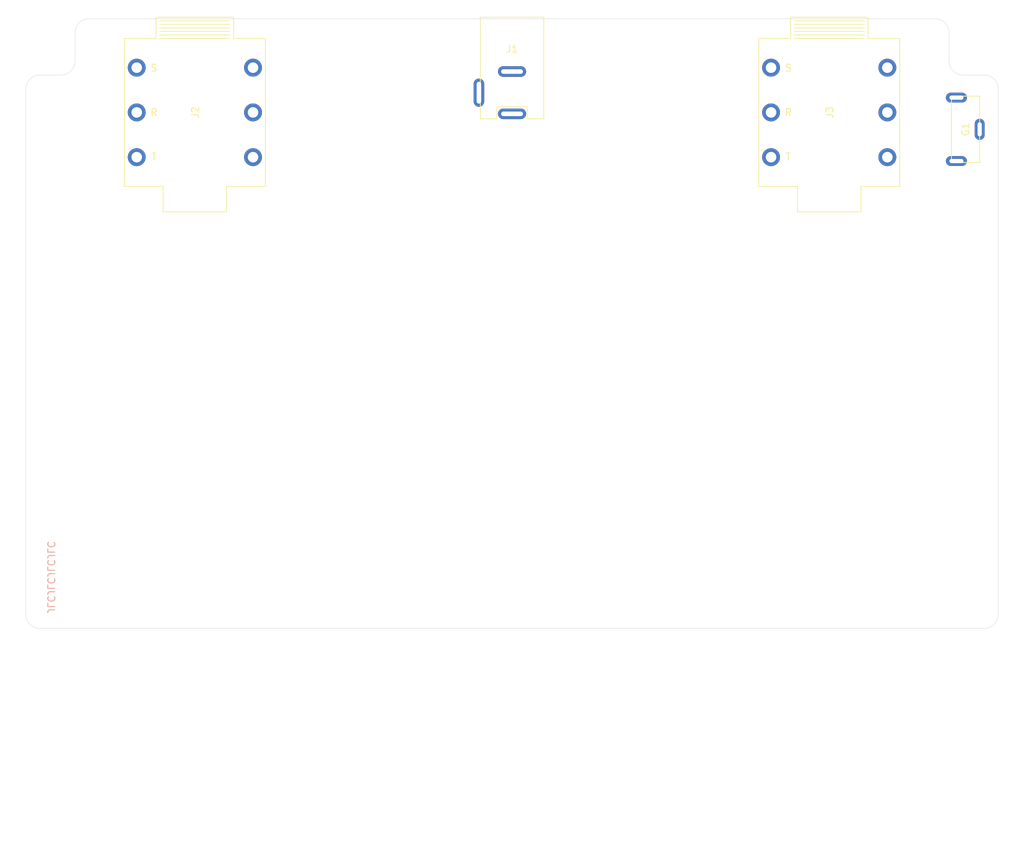
<source format=kicad_pcb>
(kicad_pcb (version 20241229) (generator "pcbnew") (generator_version "9.0")
  (layers (0 "F.Cu" signal) (4 "In1.Cu" signal) (6 "In2.Cu" signal) (2 "B.Cu" signal) (13 "F.Paste" user) (15 "B.Paste" user) (5 "F.SilkS" user "F.Silkscreen") (7 "B.SilkS" user "B.Silkscreen") (1 "F.Mask" user) (3 "B.Mask" user) (25 "Edge.Cuts" user))
  (net 0 "")
  (net 1 "Earth")
  (net 2 "/input_jack")
  (net 3 "/output_jack")
  (net 4 "Net-(Q1-D)")
  (footprint "bca-footprints:DC_Jack_DC005" (layer "F.Cu") (at 0 -58.2)
    (property "Reference" "J1" (at 0 4.5 0) (layer "F.SilkS"))
    (property "Value" "Barrel_Jack_Switch")
    (fp_line (start -4.5 0) (end -4.5 14.4) (stroke (width 0.12)) (layer "F.SilkS"))
    (fp_line (start -4.5 0) (end 4.5 0) (stroke (width 0.12)) (layer "F.SilkS"))
    (fp_line (start -4.5 14.4) (end -2.15 14.4) (stroke (width 0.12)) (layer "F.SilkS"))
    (fp_line (start -2.15 12.7) (end -2.15 14.4) (stroke (width 0.12)) (layer "F.SilkS"))
    (fp_line (start 2.15 12.7) (end -2.15 12.7) (stroke (width 0.12)) (layer "F.SilkS"))
    (fp_line (start 2.15 14.4) (end 2.15 12.7) (stroke (width 0.12)) (layer "F.SilkS"))
    (fp_line (start 2.15 14.4) (end 4.5 14.4) (stroke (width 0.12)) (layer "F.SilkS"))
    (fp_line (start 4.5 0) (end 4.5 14.4) (stroke (width 0.12)) (layer "F.SilkS"))
    (pad "1" thru_hole oval (at 0 13.7 90) (size 1.5 4) (drill oval 0.65 3.1) (layers "*.Cu" "*.Mask") (net 1 "Earth"))
    (pad "2" thru_hole oval (at 0 7.7 90) (size 1.5 4) (drill oval 0.65 3.1) (layers "*.Cu" "*.Mask") (net 4 "Net-(Q1-D)"))
    (pad "3" thru_hole oval (at -4.7 10.7 180) (size 1.5 4) (drill oval 0.65 3.1) (layers "*.Cu" "*.Mask"))
  )
  (footprint "bca-footprints:Rean_NYS215" (layer "F.Cu") (at -45 -44.7)
    (property "Reference" "J2" (at 0.075 0 90) (layer "F.SilkS"))
    (property "Value" "AudioJack_TRS" (hide yes))
    (fp_line (start -10 10.5) (end -10 -10.5) (stroke (width 0.12)) (layer "F.SilkS"))
    (fp_line (start -10 10.5) (end -4.5 10.5) (stroke (width 0.12)) (layer "F.SilkS"))
    (fp_line (start -5.5 -13.5) (end -5.5 -10.5) (stroke (width 0.12)) (layer "F.SilkS"))
    (fp_line (start -5.5 -10.5) (end -10 -10.5) (stroke (width 0.12)) (layer "F.SilkS"))
    (fp_line (start -5 -13) (end 5 -13) (stroke (width 0.12)) (layer "F.SilkS"))
    (fp_line (start -5 -12) (end 5 -12) (stroke (width 0.12)) (layer "F.SilkS"))
    (fp_line (start -5 -11) (end 5 -11) (stroke (width 0.12)) (layer "F.SilkS"))
    (fp_line (start -4.5 10.5) (end -4.5 14.1) (stroke (width 0.12)) (layer "F.SilkS"))
    (fp_line (start -4.5 14.1) (end 4.5 14.1) (stroke (width 0.12)) (layer "F.SilkS"))
    (fp_line (start 4.5 10.5) (end 10 10.5) (stroke (width 0.12)) (layer "F.SilkS"))
    (fp_line (start 4.5 14.1) (end 4.5 10.5) (stroke (width 0.12)) (layer "F.SilkS"))
    (fp_line (start 5 -12.5) (end -5 -12.5) (stroke (width 0.12)) (layer "F.SilkS"))
    (fp_line (start 5 -11.5) (end -5 -11.5) (stroke (width 0.12)) (layer "F.SilkS"))
    (fp_line (start 5 -10.5) (end -5 -10.5) (stroke (width 0.12)) (layer "F.SilkS"))
    (fp_line (start 5.5 -13.5) (end -5.5 -13.5) (stroke (width 0.12)) (layer "F.SilkS"))
    (fp_line (start 5.5 -10.5) (end 5.5 -13.5) (stroke (width 0.12)) (layer "F.SilkS"))
    (fp_line (start 10 -10.5) (end 5.5 -10.5) (stroke (width 0.12)) (layer "F.SilkS"))
    (fp_line (start 10 -10.5) (end 10 10.5) (stroke (width 0.12)) (layer "F.SilkS"))
    (fp_text user "T" (at -5.8 6.3 0) (layer "F.SilkS"))
    (fp_text user "R" (at -5.8 0 0) (layer "F.SilkS"))
    (fp_text user "S" (at -5.8 -6.3 0) (layer "F.SilkS"))
    (pad "1" thru_hole circle (at -8.25 6.35) (size 2.54 2.54) (drill 1.5) (layers "*.Cu" "*.Mask") (net 2 "/input_jack"))
    (pad "2" thru_hole circle (at -8.25 0) (size 2.54 2.54) (drill 1.5) (layers "*.Cu" "*.Mask") (net 1 "Earth"))
    (pad "3" thru_hole circle (at -8.25 -6.35) (size 2.54 2.54) (drill 1.5) (layers "*.Cu" "*.Mask") (net 1 "Earth"))
    (pad "4" thru_hole circle (at 8.25 6.35) (size 2.54 2.54) (drill 1.5) (layers "*.Cu" "*.Mask") (net 1 "Earth"))
    (pad "5" thru_hole circle (at 8.25 0) (size 2.54 2.54) (drill 1.5) (layers "*.Cu" "*.Mask") (net 1 "Earth"))
    (pad "6" thru_hole circle (at 8.25 -6.35) (size 2.54 2.54) (drill 1.5) (layers "*.Cu" "*.Mask") (net 1 "Earth"))
  )
  (footprint "bca-footprints:Rean_NYS215" (layer "F.Cu") (at 45 -44.7)
    (property "Reference" "J3" (at 0.075 0 90) (layer "F.SilkS"))
    (property "Value" "AudioJack_TRS" (hide yes))
    (fp_line (start -10 10.5) (end -10 -10.5) (stroke (width 0.12)) (layer "F.SilkS"))
    (fp_line (start -10 10.5) (end -4.5 10.5) (stroke (width 0.12)) (layer "F.SilkS"))
    (fp_line (start -5.5 -13.5) (end -5.5 -10.5) (stroke (width 0.12)) (layer "F.SilkS"))
    (fp_line (start -5.5 -10.5) (end -10 -10.5) (stroke (width 0.12)) (layer "F.SilkS"))
    (fp_line (start -5 -13) (end 5 -13) (stroke (width 0.12)) (layer "F.SilkS"))
    (fp_line (start -5 -12) (end 5 -12) (stroke (width 0.12)) (layer "F.SilkS"))
    (fp_line (start -5 -11) (end 5 -11) (stroke (width 0.12)) (layer "F.SilkS"))
    (fp_line (start -4.5 10.5) (end -4.5 14.1) (stroke (width 0.12)) (layer "F.SilkS"))
    (fp_line (start -4.5 14.1) (end 4.5 14.1) (stroke (width 0.12)) (layer "F.SilkS"))
    (fp_line (start 4.5 10.5) (end 10 10.5) (stroke (width 0.12)) (layer "F.SilkS"))
    (fp_line (start 4.5 14.1) (end 4.5 10.5) (stroke (width 0.12)) (layer "F.SilkS"))
    (fp_line (start 5 -12.5) (end -5 -12.5) (stroke (width 0.12)) (layer "F.SilkS"))
    (fp_line (start 5 -11.5) (end -5 -11.5) (stroke (width 0.12)) (layer "F.SilkS"))
    (fp_line (start 5 -10.5) (end -5 -10.5) (stroke (width 0.12)) (layer "F.SilkS"))
    (fp_line (start 5.5 -13.5) (end -5.5 -13.5) (stroke (width 0.12)) (layer "F.SilkS"))
    (fp_line (start 5.5 -10.5) (end 5.5 -13.5) (stroke (width 0.12)) (layer "F.SilkS"))
    (fp_line (start 10 -10.5) (end 5.5 -10.5) (stroke (width 0.12)) (layer "F.SilkS"))
    (fp_line (start 10 -10.5) (end 10 10.5) (stroke (width 0.12)) (layer "F.SilkS"))
    (fp_text user "T" (at -5.8 6.3 0) (layer "F.SilkS"))
    (fp_text user "R" (at -5.8 0 0) (layer "F.SilkS"))
    (fp_text user "S" (at -5.8 -6.3 0) (layer "F.SilkS"))
    (pad "1" thru_hole circle (at -8.25 6.35) (size 2.54 2.54) (drill 1.5) (layers "*.Cu" "*.Mask") (net 3 "/output_jack"))
    (pad "2" thru_hole circle (at -8.25 0) (size 2.54 2.54) (drill 1.5) (layers "*.Cu" "*.Mask") (net 1 "Earth"))
    (pad "3" thru_hole circle (at -8.25 -6.35) (size 2.54 2.54) (drill 1.5) (layers "*.Cu" "*.Mask") (net 1 "Earth"))
    (pad "4" thru_hole circle (at 8.25 6.35) (size 2.54 2.54) (drill 1.5) (layers "*.Cu" "*.Mask") (net 1 "Earth"))
    (pad "5" thru_hole circle (at 8.25 0) (size 2.54 2.54) (drill 1.5) (layers "*.Cu" "*.Mask") (net 1 "Earth"))
    (pad "6" thru_hole circle (at 8.25 -6.35) (size 2.54 2.54) (drill 1.5) (layers "*.Cu" "*.Mask") (net 1 "Earth"))
  )
  (footprint "bca-footprints:Keystone_628" (layer "F.Cu") (at 66.35 -42.3 -90)
    (property "Reference" "G1" (at 0 2 90) (layer "F.SilkS"))
    (property "Value" "GNDSpring")
    (fp_line (start -4.7 4) (end -4.7 0) (stroke (width 0.12)) (layer "F.SilkS"))
    (fp_line (start 4.7 4) (end -4.7 4) (stroke (width 0.12)) (layer "F.SilkS"))
    (fp_line (start -4.7 0) (end 0 0) (stroke (width 0.12)) (layer "F.SilkS"))
    (fp_line (start 0 0) (end 4.7 0) (stroke (width 0.12)) (layer "F.SilkS"))
    (fp_line (start 4.7 0) (end 4.7 4) (stroke (width 0.12)) (layer "F.SilkS"))
    (pad "1" thru_hole oval (at -4.5 3.3) (size 3 1.4) (drill oval 2 0.6) (layers "*.Cu" "*.Mask") (net 1 "Earth"))
    (pad "1" thru_hole oval (at 0 0 270) (size 3 1.4) (drill oval 2 0.6) (layers "*.Cu" "*.Mask") (net 1 "Earth"))
    (pad "1" thru_hole oval (at 4.5 3.3) (size 3 1.4) (drill oval 2 0.6) (layers "*.Cu" "*.Mask") (net 1 "Earth"))
  )
  (gr_line (start 60 -58) (end -60 -58) (stroke (width 0.05)) (layer "Edge.Cuts"))
  (gr_arc (start 69 26.5) (mid 68.414214 27.914214) (end 67 28.5) (stroke (width 0.05)) (layer "Edge.Cuts"))
  (gr_arc (start -62 -56) (mid -61.414214 -57.414214) (end -60 -58) (stroke (width 0.05)) (layer "Edge.Cuts"))
  (gr_arc (start -62 -52) (mid -62.585786 -50.585786) (end -64 -50) (stroke (width 0.05)) (layer "Edge.Cuts"))
  (gr_arc (start -69 -48) (mid -68.414214 -49.414214) (end -67 -50) (stroke (width 0.05)) (layer "Edge.Cuts"))
  (gr_arc (start -67 28.5) (mid -68.414214 27.914214) (end -69 26.5) (stroke (width 0.05)) (layer "Edge.Cuts"))
  (gr_line (start -67 28.5) (end 67 28.5) (stroke (width 0.05)) (layer "Edge.Cuts"))
  (gr_line (start -64 -50) (end -67 -50) (stroke (width 0.05)) (layer "Edge.Cuts"))
  (gr_line (start -69 -48) (end -69 26.5) (stroke (width 0.05)) (layer "Edge.Cuts"))
  (gr_arc (start 64 -50) (mid 62.585786 -50.585786) (end 62 -52) (stroke (width 0.05)) (layer "Edge.Cuts"))
  (gr_line (start 69 26.5) (end 69 -48) (stroke (width 0.05)) (layer "Edge.Cuts"))
  (gr_arc (start 67 -50) (mid 68.414214 -49.414214) (end 69 -48) (stroke (width 0.05)) (layer "Edge.Cuts"))
  (gr_line (start -62 -56) (end -62 -51.999999) (stroke (width 0.05)) (layer "Edge.Cuts"))
  (gr_line (start 67 -50) (end 64 -50) (stroke (width 0.05)) (layer "Edge.Cuts"))
  (gr_line (start 62 -56) (end 62 -52) (stroke (width 0.05)) (layer "Edge.Cuts"))
  (gr_arc (start 60 -58) (mid 61.414214 -57.414214) (end 62 -56) (stroke (width 0.05)) (layer "Edge.Cuts"))
  (gr_text "JLCJLCJLCJLC" (at -66.000001 26.500001 270) (layer "B.SilkS") (effects (font (size 1 1)) (justify left bottom mirror)))
)
</source>
